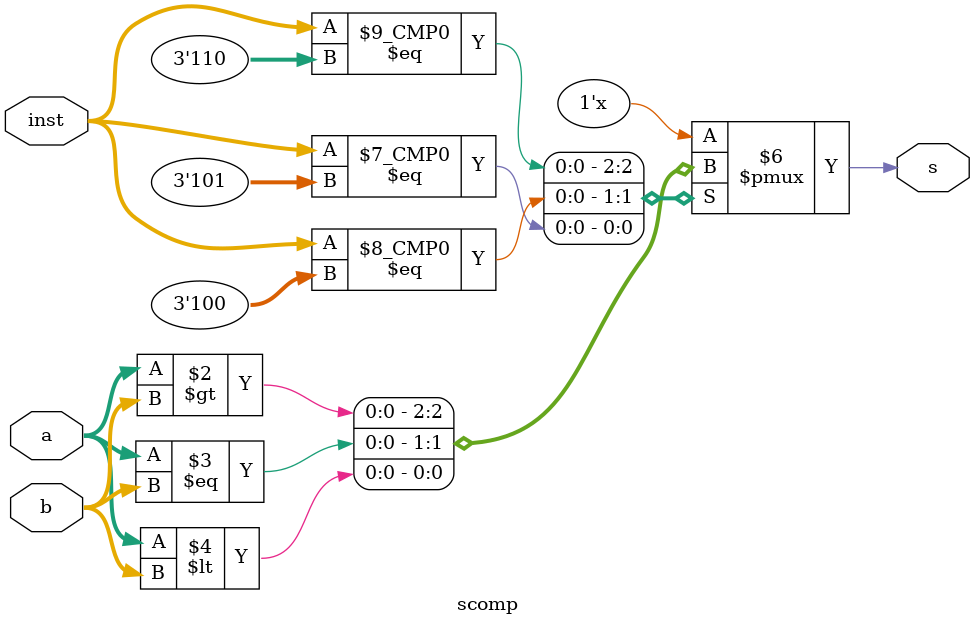
<source format=v>
module ucomp(s, a, b, inst);

output reg s;
input [31:0] a, b;
input [2:0] inst;

always @(*) begin
    case (inst)
        3'b110: s = a > b;
        3'b100: s = a == b;
        3'b101: s = a < b;
    endcase
end

endmodule

module scomp(s, a, b, inst);

output reg s;
input signed [31:0] a, b;
input signed [2:0] inst;

always @(*) begin
    case (inst)
        3'b110: s = $signed(a) > $signed(b);
        3'b100: s = $signed(a) == $signed(b);
        3'b101: s = $signed(a) < $signed(b);
    endcase
end

endmodule
</source>
